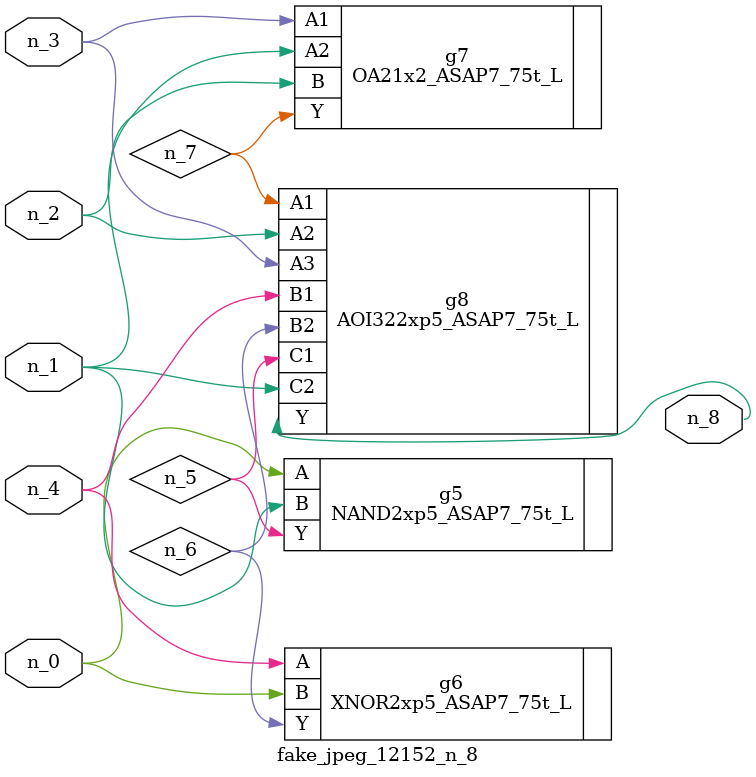
<source format=v>
module fake_jpeg_12152_n_8 (n_3, n_2, n_1, n_0, n_4, n_8);

input n_3;
input n_2;
input n_1;
input n_0;
input n_4;

output n_8;

wire n_6;
wire n_5;
wire n_7;

NAND2xp5_ASAP7_75t_L g5 ( 
.A(n_0),
.B(n_1),
.Y(n_5)
);

XNOR2xp5_ASAP7_75t_L g6 ( 
.A(n_4),
.B(n_0),
.Y(n_6)
);

OA21x2_ASAP7_75t_L g7 ( 
.A1(n_3),
.A2(n_1),
.B(n_2),
.Y(n_7)
);

AOI322xp5_ASAP7_75t_L g8 ( 
.A1(n_7),
.A2(n_2),
.A3(n_3),
.B1(n_4),
.B2(n_6),
.C1(n_5),
.C2(n_1),
.Y(n_8)
);


endmodule
</source>
